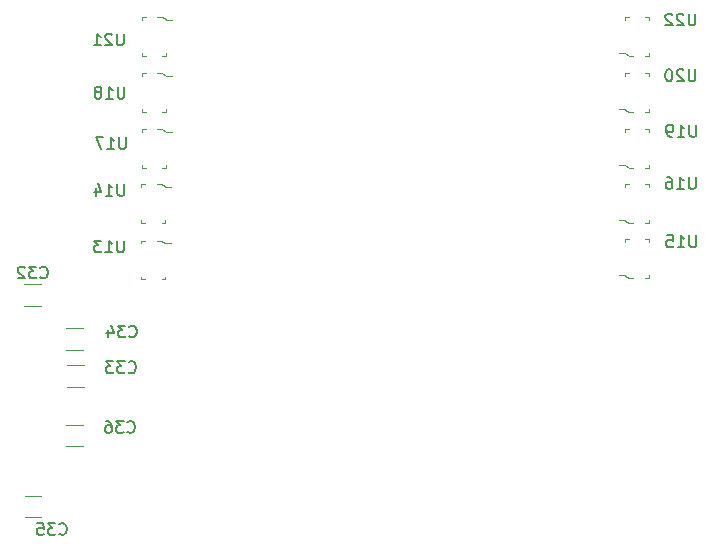
<source format=gbo>
G04 #@! TF.GenerationSoftware,KiCad,Pcbnew,7.0.10*
G04 #@! TF.CreationDate,2024-02-19T15:39:12-05:00*
G04 #@! TF.ProjectId,sdt_lpf,7364745f-6c70-4662-9e6b-696361645f70,rev?*
G04 #@! TF.SameCoordinates,PX62de0f0PY8af5bb0*
G04 #@! TF.FileFunction,Legend,Bot*
G04 #@! TF.FilePolarity,Positive*
%FSLAX46Y46*%
G04 Gerber Fmt 4.6, Leading zero omitted, Abs format (unit mm)*
G04 Created by KiCad (PCBNEW 7.0.10) date 2024-02-19 15:39:12*
%MOMM*%
%LPD*%
G01*
G04 APERTURE LIST*
%ADD10C,0.150000*%
%ADD11C,0.120000*%
%ADD12C,0.100000*%
G04 APERTURE END LIST*
D10*
X6002857Y14110420D02*
X6050476Y14062800D01*
X6050476Y14062800D02*
X6193333Y14015181D01*
X6193333Y14015181D02*
X6288571Y14015181D01*
X6288571Y14015181D02*
X6431428Y14062800D01*
X6431428Y14062800D02*
X6526666Y14158039D01*
X6526666Y14158039D02*
X6574285Y14253277D01*
X6574285Y14253277D02*
X6621904Y14443753D01*
X6621904Y14443753D02*
X6621904Y14586610D01*
X6621904Y14586610D02*
X6574285Y14777086D01*
X6574285Y14777086D02*
X6526666Y14872324D01*
X6526666Y14872324D02*
X6431428Y14967562D01*
X6431428Y14967562D02*
X6288571Y15015181D01*
X6288571Y15015181D02*
X6193333Y15015181D01*
X6193333Y15015181D02*
X6050476Y14967562D01*
X6050476Y14967562D02*
X6002857Y14919943D01*
X5669523Y15015181D02*
X5050476Y15015181D01*
X5050476Y15015181D02*
X5383809Y14634229D01*
X5383809Y14634229D02*
X5240952Y14634229D01*
X5240952Y14634229D02*
X5145714Y14586610D01*
X5145714Y14586610D02*
X5098095Y14538991D01*
X5098095Y14538991D02*
X5050476Y14443753D01*
X5050476Y14443753D02*
X5050476Y14205658D01*
X5050476Y14205658D02*
X5098095Y14110420D01*
X5098095Y14110420D02*
X5145714Y14062800D01*
X5145714Y14062800D02*
X5240952Y14015181D01*
X5240952Y14015181D02*
X5526666Y14015181D01*
X5526666Y14015181D02*
X5621904Y14062800D01*
X5621904Y14062800D02*
X5669523Y14110420D01*
X4145714Y15015181D02*
X4621904Y15015181D01*
X4621904Y15015181D02*
X4669523Y14538991D01*
X4669523Y14538991D02*
X4621904Y14586610D01*
X4621904Y14586610D02*
X4526666Y14634229D01*
X4526666Y14634229D02*
X4288571Y14634229D01*
X4288571Y14634229D02*
X4193333Y14586610D01*
X4193333Y14586610D02*
X4145714Y14538991D01*
X4145714Y14538991D02*
X4098095Y14443753D01*
X4098095Y14443753D02*
X4098095Y14205658D01*
X4098095Y14205658D02*
X4145714Y14110420D01*
X4145714Y14110420D02*
X4193333Y14062800D01*
X4193333Y14062800D02*
X4288571Y14015181D01*
X4288571Y14015181D02*
X4526666Y14015181D01*
X4526666Y14015181D02*
X4621904Y14062800D01*
X4621904Y14062800D02*
X4669523Y14110420D01*
X11638094Y47695181D02*
X11638094Y46885658D01*
X11638094Y46885658D02*
X11590475Y46790420D01*
X11590475Y46790420D02*
X11542856Y46742800D01*
X11542856Y46742800D02*
X11447618Y46695181D01*
X11447618Y46695181D02*
X11257142Y46695181D01*
X11257142Y46695181D02*
X11161904Y46742800D01*
X11161904Y46742800D02*
X11114285Y46790420D01*
X11114285Y46790420D02*
X11066666Y46885658D01*
X11066666Y46885658D02*
X11066666Y47695181D01*
X10066666Y46695181D02*
X10638094Y46695181D01*
X10352380Y46695181D02*
X10352380Y47695181D01*
X10352380Y47695181D02*
X10447618Y47552324D01*
X10447618Y47552324D02*
X10542856Y47457086D01*
X10542856Y47457086D02*
X10638094Y47409467D01*
X9733332Y47695181D02*
X9066666Y47695181D01*
X9066666Y47695181D02*
X9495237Y46695181D01*
X11438094Y56470181D02*
X11438094Y55660658D01*
X11438094Y55660658D02*
X11390475Y55565420D01*
X11390475Y55565420D02*
X11342856Y55517800D01*
X11342856Y55517800D02*
X11247618Y55470181D01*
X11247618Y55470181D02*
X11057142Y55470181D01*
X11057142Y55470181D02*
X10961904Y55517800D01*
X10961904Y55517800D02*
X10914285Y55565420D01*
X10914285Y55565420D02*
X10866666Y55660658D01*
X10866666Y55660658D02*
X10866666Y56470181D01*
X10438094Y56374943D02*
X10390475Y56422562D01*
X10390475Y56422562D02*
X10295237Y56470181D01*
X10295237Y56470181D02*
X10057142Y56470181D01*
X10057142Y56470181D02*
X9961904Y56422562D01*
X9961904Y56422562D02*
X9914285Y56374943D01*
X9914285Y56374943D02*
X9866666Y56279705D01*
X9866666Y56279705D02*
X9866666Y56184467D01*
X9866666Y56184467D02*
X9914285Y56041610D01*
X9914285Y56041610D02*
X10485713Y55470181D01*
X10485713Y55470181D02*
X9866666Y55470181D01*
X8914285Y55470181D02*
X9485713Y55470181D01*
X9199999Y55470181D02*
X9199999Y56470181D01*
X9199999Y56470181D02*
X9295237Y56327324D01*
X9295237Y56327324D02*
X9390475Y56232086D01*
X9390475Y56232086D02*
X9485713Y56184467D01*
X11767857Y22765420D02*
X11815476Y22717800D01*
X11815476Y22717800D02*
X11958333Y22670181D01*
X11958333Y22670181D02*
X12053571Y22670181D01*
X12053571Y22670181D02*
X12196428Y22717800D01*
X12196428Y22717800D02*
X12291666Y22813039D01*
X12291666Y22813039D02*
X12339285Y22908277D01*
X12339285Y22908277D02*
X12386904Y23098753D01*
X12386904Y23098753D02*
X12386904Y23241610D01*
X12386904Y23241610D02*
X12339285Y23432086D01*
X12339285Y23432086D02*
X12291666Y23527324D01*
X12291666Y23527324D02*
X12196428Y23622562D01*
X12196428Y23622562D02*
X12053571Y23670181D01*
X12053571Y23670181D02*
X11958333Y23670181D01*
X11958333Y23670181D02*
X11815476Y23622562D01*
X11815476Y23622562D02*
X11767857Y23574943D01*
X11434523Y23670181D02*
X10815476Y23670181D01*
X10815476Y23670181D02*
X11148809Y23289229D01*
X11148809Y23289229D02*
X11005952Y23289229D01*
X11005952Y23289229D02*
X10910714Y23241610D01*
X10910714Y23241610D02*
X10863095Y23193991D01*
X10863095Y23193991D02*
X10815476Y23098753D01*
X10815476Y23098753D02*
X10815476Y22860658D01*
X10815476Y22860658D02*
X10863095Y22765420D01*
X10863095Y22765420D02*
X10910714Y22717800D01*
X10910714Y22717800D02*
X11005952Y22670181D01*
X11005952Y22670181D02*
X11291666Y22670181D01*
X11291666Y22670181D02*
X11386904Y22717800D01*
X11386904Y22717800D02*
X11434523Y22765420D01*
X9958333Y23670181D02*
X10148809Y23670181D01*
X10148809Y23670181D02*
X10244047Y23622562D01*
X10244047Y23622562D02*
X10291666Y23574943D01*
X10291666Y23574943D02*
X10386904Y23432086D01*
X10386904Y23432086D02*
X10434523Y23241610D01*
X10434523Y23241610D02*
X10434523Y22860658D01*
X10434523Y22860658D02*
X10386904Y22765420D01*
X10386904Y22765420D02*
X10339285Y22717800D01*
X10339285Y22717800D02*
X10244047Y22670181D01*
X10244047Y22670181D02*
X10053571Y22670181D01*
X10053571Y22670181D02*
X9958333Y22717800D01*
X9958333Y22717800D02*
X9910714Y22765420D01*
X9910714Y22765420D02*
X9863095Y22860658D01*
X9863095Y22860658D02*
X9863095Y23098753D01*
X9863095Y23098753D02*
X9910714Y23193991D01*
X9910714Y23193991D02*
X9958333Y23241610D01*
X9958333Y23241610D02*
X10053571Y23289229D01*
X10053571Y23289229D02*
X10244047Y23289229D01*
X10244047Y23289229D02*
X10339285Y23241610D01*
X10339285Y23241610D02*
X10386904Y23193991D01*
X10386904Y23193991D02*
X10434523Y23098753D01*
X11488094Y43745181D02*
X11488094Y42935658D01*
X11488094Y42935658D02*
X11440475Y42840420D01*
X11440475Y42840420D02*
X11392856Y42792800D01*
X11392856Y42792800D02*
X11297618Y42745181D01*
X11297618Y42745181D02*
X11107142Y42745181D01*
X11107142Y42745181D02*
X11011904Y42792800D01*
X11011904Y42792800D02*
X10964285Y42840420D01*
X10964285Y42840420D02*
X10916666Y42935658D01*
X10916666Y42935658D02*
X10916666Y43745181D01*
X9916666Y42745181D02*
X10488094Y42745181D01*
X10202380Y42745181D02*
X10202380Y43745181D01*
X10202380Y43745181D02*
X10297618Y43602324D01*
X10297618Y43602324D02*
X10392856Y43507086D01*
X10392856Y43507086D02*
X10488094Y43459467D01*
X9059523Y43411848D02*
X9059523Y42745181D01*
X9297618Y43792800D02*
X9535713Y43078515D01*
X9535713Y43078515D02*
X8916666Y43078515D01*
X59838094Y58170181D02*
X59838094Y57360658D01*
X59838094Y57360658D02*
X59790475Y57265420D01*
X59790475Y57265420D02*
X59742856Y57217800D01*
X59742856Y57217800D02*
X59647618Y57170181D01*
X59647618Y57170181D02*
X59457142Y57170181D01*
X59457142Y57170181D02*
X59361904Y57217800D01*
X59361904Y57217800D02*
X59314285Y57265420D01*
X59314285Y57265420D02*
X59266666Y57360658D01*
X59266666Y57360658D02*
X59266666Y58170181D01*
X58838094Y58074943D02*
X58790475Y58122562D01*
X58790475Y58122562D02*
X58695237Y58170181D01*
X58695237Y58170181D02*
X58457142Y58170181D01*
X58457142Y58170181D02*
X58361904Y58122562D01*
X58361904Y58122562D02*
X58314285Y58074943D01*
X58314285Y58074943D02*
X58266666Y57979705D01*
X58266666Y57979705D02*
X58266666Y57884467D01*
X58266666Y57884467D02*
X58314285Y57741610D01*
X58314285Y57741610D02*
X58885713Y57170181D01*
X58885713Y57170181D02*
X58266666Y57170181D01*
X57885713Y58074943D02*
X57838094Y58122562D01*
X57838094Y58122562D02*
X57742856Y58170181D01*
X57742856Y58170181D02*
X57504761Y58170181D01*
X57504761Y58170181D02*
X57409523Y58122562D01*
X57409523Y58122562D02*
X57361904Y58074943D01*
X57361904Y58074943D02*
X57314285Y57979705D01*
X57314285Y57979705D02*
X57314285Y57884467D01*
X57314285Y57884467D02*
X57361904Y57741610D01*
X57361904Y57741610D02*
X57933332Y57170181D01*
X57933332Y57170181D02*
X57314285Y57170181D01*
X59863094Y44320181D02*
X59863094Y43510658D01*
X59863094Y43510658D02*
X59815475Y43415420D01*
X59815475Y43415420D02*
X59767856Y43367800D01*
X59767856Y43367800D02*
X59672618Y43320181D01*
X59672618Y43320181D02*
X59482142Y43320181D01*
X59482142Y43320181D02*
X59386904Y43367800D01*
X59386904Y43367800D02*
X59339285Y43415420D01*
X59339285Y43415420D02*
X59291666Y43510658D01*
X59291666Y43510658D02*
X59291666Y44320181D01*
X58291666Y43320181D02*
X58863094Y43320181D01*
X58577380Y43320181D02*
X58577380Y44320181D01*
X58577380Y44320181D02*
X58672618Y44177324D01*
X58672618Y44177324D02*
X58767856Y44082086D01*
X58767856Y44082086D02*
X58863094Y44034467D01*
X57434523Y44320181D02*
X57624999Y44320181D01*
X57624999Y44320181D02*
X57720237Y44272562D01*
X57720237Y44272562D02*
X57767856Y44224943D01*
X57767856Y44224943D02*
X57863094Y44082086D01*
X57863094Y44082086D02*
X57910713Y43891610D01*
X57910713Y43891610D02*
X57910713Y43510658D01*
X57910713Y43510658D02*
X57863094Y43415420D01*
X57863094Y43415420D02*
X57815475Y43367800D01*
X57815475Y43367800D02*
X57720237Y43320181D01*
X57720237Y43320181D02*
X57529761Y43320181D01*
X57529761Y43320181D02*
X57434523Y43367800D01*
X57434523Y43367800D02*
X57386904Y43415420D01*
X57386904Y43415420D02*
X57339285Y43510658D01*
X57339285Y43510658D02*
X57339285Y43748753D01*
X57339285Y43748753D02*
X57386904Y43843991D01*
X57386904Y43843991D02*
X57434523Y43891610D01*
X57434523Y43891610D02*
X57529761Y43939229D01*
X57529761Y43939229D02*
X57720237Y43939229D01*
X57720237Y43939229D02*
X57815475Y43891610D01*
X57815475Y43891610D02*
X57863094Y43843991D01*
X57863094Y43843991D02*
X57910713Y43748753D01*
X11463094Y38945181D02*
X11463094Y38135658D01*
X11463094Y38135658D02*
X11415475Y38040420D01*
X11415475Y38040420D02*
X11367856Y37992800D01*
X11367856Y37992800D02*
X11272618Y37945181D01*
X11272618Y37945181D02*
X11082142Y37945181D01*
X11082142Y37945181D02*
X10986904Y37992800D01*
X10986904Y37992800D02*
X10939285Y38040420D01*
X10939285Y38040420D02*
X10891666Y38135658D01*
X10891666Y38135658D02*
X10891666Y38945181D01*
X9891666Y37945181D02*
X10463094Y37945181D01*
X10177380Y37945181D02*
X10177380Y38945181D01*
X10177380Y38945181D02*
X10272618Y38802324D01*
X10272618Y38802324D02*
X10367856Y38707086D01*
X10367856Y38707086D02*
X10463094Y38659467D01*
X9558332Y38945181D02*
X8939285Y38945181D01*
X8939285Y38945181D02*
X9272618Y38564229D01*
X9272618Y38564229D02*
X9129761Y38564229D01*
X9129761Y38564229D02*
X9034523Y38516610D01*
X9034523Y38516610D02*
X8986904Y38468991D01*
X8986904Y38468991D02*
X8939285Y38373753D01*
X8939285Y38373753D02*
X8939285Y38135658D01*
X8939285Y38135658D02*
X8986904Y38040420D01*
X8986904Y38040420D02*
X9034523Y37992800D01*
X9034523Y37992800D02*
X9129761Y37945181D01*
X9129761Y37945181D02*
X9415475Y37945181D01*
X9415475Y37945181D02*
X9510713Y37992800D01*
X9510713Y37992800D02*
X9558332Y38040420D01*
X11513094Y51970181D02*
X11513094Y51160658D01*
X11513094Y51160658D02*
X11465475Y51065420D01*
X11465475Y51065420D02*
X11417856Y51017800D01*
X11417856Y51017800D02*
X11322618Y50970181D01*
X11322618Y50970181D02*
X11132142Y50970181D01*
X11132142Y50970181D02*
X11036904Y51017800D01*
X11036904Y51017800D02*
X10989285Y51065420D01*
X10989285Y51065420D02*
X10941666Y51160658D01*
X10941666Y51160658D02*
X10941666Y51970181D01*
X9941666Y50970181D02*
X10513094Y50970181D01*
X10227380Y50970181D02*
X10227380Y51970181D01*
X10227380Y51970181D02*
X10322618Y51827324D01*
X10322618Y51827324D02*
X10417856Y51732086D01*
X10417856Y51732086D02*
X10513094Y51684467D01*
X9370237Y51541610D02*
X9465475Y51589229D01*
X9465475Y51589229D02*
X9513094Y51636848D01*
X9513094Y51636848D02*
X9560713Y51732086D01*
X9560713Y51732086D02*
X9560713Y51779705D01*
X9560713Y51779705D02*
X9513094Y51874943D01*
X9513094Y51874943D02*
X9465475Y51922562D01*
X9465475Y51922562D02*
X9370237Y51970181D01*
X9370237Y51970181D02*
X9179761Y51970181D01*
X9179761Y51970181D02*
X9084523Y51922562D01*
X9084523Y51922562D02*
X9036904Y51874943D01*
X9036904Y51874943D02*
X8989285Y51779705D01*
X8989285Y51779705D02*
X8989285Y51732086D01*
X8989285Y51732086D02*
X9036904Y51636848D01*
X9036904Y51636848D02*
X9084523Y51589229D01*
X9084523Y51589229D02*
X9179761Y51541610D01*
X9179761Y51541610D02*
X9370237Y51541610D01*
X9370237Y51541610D02*
X9465475Y51493991D01*
X9465475Y51493991D02*
X9513094Y51446372D01*
X9513094Y51446372D02*
X9560713Y51351134D01*
X9560713Y51351134D02*
X9560713Y51160658D01*
X9560713Y51160658D02*
X9513094Y51065420D01*
X9513094Y51065420D02*
X9465475Y51017800D01*
X9465475Y51017800D02*
X9370237Y50970181D01*
X9370237Y50970181D02*
X9179761Y50970181D01*
X9179761Y50970181D02*
X9084523Y51017800D01*
X9084523Y51017800D02*
X9036904Y51065420D01*
X9036904Y51065420D02*
X8989285Y51160658D01*
X8989285Y51160658D02*
X8989285Y51351134D01*
X8989285Y51351134D02*
X9036904Y51446372D01*
X9036904Y51446372D02*
X9084523Y51493991D01*
X9084523Y51493991D02*
X9179761Y51541610D01*
X11867857Y27815420D02*
X11915476Y27767800D01*
X11915476Y27767800D02*
X12058333Y27720181D01*
X12058333Y27720181D02*
X12153571Y27720181D01*
X12153571Y27720181D02*
X12296428Y27767800D01*
X12296428Y27767800D02*
X12391666Y27863039D01*
X12391666Y27863039D02*
X12439285Y27958277D01*
X12439285Y27958277D02*
X12486904Y28148753D01*
X12486904Y28148753D02*
X12486904Y28291610D01*
X12486904Y28291610D02*
X12439285Y28482086D01*
X12439285Y28482086D02*
X12391666Y28577324D01*
X12391666Y28577324D02*
X12296428Y28672562D01*
X12296428Y28672562D02*
X12153571Y28720181D01*
X12153571Y28720181D02*
X12058333Y28720181D01*
X12058333Y28720181D02*
X11915476Y28672562D01*
X11915476Y28672562D02*
X11867857Y28624943D01*
X11534523Y28720181D02*
X10915476Y28720181D01*
X10915476Y28720181D02*
X11248809Y28339229D01*
X11248809Y28339229D02*
X11105952Y28339229D01*
X11105952Y28339229D02*
X11010714Y28291610D01*
X11010714Y28291610D02*
X10963095Y28243991D01*
X10963095Y28243991D02*
X10915476Y28148753D01*
X10915476Y28148753D02*
X10915476Y27910658D01*
X10915476Y27910658D02*
X10963095Y27815420D01*
X10963095Y27815420D02*
X11010714Y27767800D01*
X11010714Y27767800D02*
X11105952Y27720181D01*
X11105952Y27720181D02*
X11391666Y27720181D01*
X11391666Y27720181D02*
X11486904Y27767800D01*
X11486904Y27767800D02*
X11534523Y27815420D01*
X10582142Y28720181D02*
X9963095Y28720181D01*
X9963095Y28720181D02*
X10296428Y28339229D01*
X10296428Y28339229D02*
X10153571Y28339229D01*
X10153571Y28339229D02*
X10058333Y28291610D01*
X10058333Y28291610D02*
X10010714Y28243991D01*
X10010714Y28243991D02*
X9963095Y28148753D01*
X9963095Y28148753D02*
X9963095Y27910658D01*
X9963095Y27910658D02*
X10010714Y27815420D01*
X10010714Y27815420D02*
X10058333Y27767800D01*
X10058333Y27767800D02*
X10153571Y27720181D01*
X10153571Y27720181D02*
X10439285Y27720181D01*
X10439285Y27720181D02*
X10534523Y27767800D01*
X10534523Y27767800D02*
X10582142Y27815420D01*
X59913094Y48745181D02*
X59913094Y47935658D01*
X59913094Y47935658D02*
X59865475Y47840420D01*
X59865475Y47840420D02*
X59817856Y47792800D01*
X59817856Y47792800D02*
X59722618Y47745181D01*
X59722618Y47745181D02*
X59532142Y47745181D01*
X59532142Y47745181D02*
X59436904Y47792800D01*
X59436904Y47792800D02*
X59389285Y47840420D01*
X59389285Y47840420D02*
X59341666Y47935658D01*
X59341666Y47935658D02*
X59341666Y48745181D01*
X58341666Y47745181D02*
X58913094Y47745181D01*
X58627380Y47745181D02*
X58627380Y48745181D01*
X58627380Y48745181D02*
X58722618Y48602324D01*
X58722618Y48602324D02*
X58817856Y48507086D01*
X58817856Y48507086D02*
X58913094Y48459467D01*
X57865475Y47745181D02*
X57674999Y47745181D01*
X57674999Y47745181D02*
X57579761Y47792800D01*
X57579761Y47792800D02*
X57532142Y47840420D01*
X57532142Y47840420D02*
X57436904Y47983277D01*
X57436904Y47983277D02*
X57389285Y48173753D01*
X57389285Y48173753D02*
X57389285Y48554705D01*
X57389285Y48554705D02*
X57436904Y48649943D01*
X57436904Y48649943D02*
X57484523Y48697562D01*
X57484523Y48697562D02*
X57579761Y48745181D01*
X57579761Y48745181D02*
X57770237Y48745181D01*
X57770237Y48745181D02*
X57865475Y48697562D01*
X57865475Y48697562D02*
X57913094Y48649943D01*
X57913094Y48649943D02*
X57960713Y48554705D01*
X57960713Y48554705D02*
X57960713Y48316610D01*
X57960713Y48316610D02*
X57913094Y48221372D01*
X57913094Y48221372D02*
X57865475Y48173753D01*
X57865475Y48173753D02*
X57770237Y48126134D01*
X57770237Y48126134D02*
X57579761Y48126134D01*
X57579761Y48126134D02*
X57484523Y48173753D01*
X57484523Y48173753D02*
X57436904Y48221372D01*
X57436904Y48221372D02*
X57389285Y48316610D01*
X59913094Y39395181D02*
X59913094Y38585658D01*
X59913094Y38585658D02*
X59865475Y38490420D01*
X59865475Y38490420D02*
X59817856Y38442800D01*
X59817856Y38442800D02*
X59722618Y38395181D01*
X59722618Y38395181D02*
X59532142Y38395181D01*
X59532142Y38395181D02*
X59436904Y38442800D01*
X59436904Y38442800D02*
X59389285Y38490420D01*
X59389285Y38490420D02*
X59341666Y38585658D01*
X59341666Y38585658D02*
X59341666Y39395181D01*
X58341666Y38395181D02*
X58913094Y38395181D01*
X58627380Y38395181D02*
X58627380Y39395181D01*
X58627380Y39395181D02*
X58722618Y39252324D01*
X58722618Y39252324D02*
X58817856Y39157086D01*
X58817856Y39157086D02*
X58913094Y39109467D01*
X57436904Y39395181D02*
X57913094Y39395181D01*
X57913094Y39395181D02*
X57960713Y38918991D01*
X57960713Y38918991D02*
X57913094Y38966610D01*
X57913094Y38966610D02*
X57817856Y39014229D01*
X57817856Y39014229D02*
X57579761Y39014229D01*
X57579761Y39014229D02*
X57484523Y38966610D01*
X57484523Y38966610D02*
X57436904Y38918991D01*
X57436904Y38918991D02*
X57389285Y38823753D01*
X57389285Y38823753D02*
X57389285Y38585658D01*
X57389285Y38585658D02*
X57436904Y38490420D01*
X57436904Y38490420D02*
X57484523Y38442800D01*
X57484523Y38442800D02*
X57579761Y38395181D01*
X57579761Y38395181D02*
X57817856Y38395181D01*
X57817856Y38395181D02*
X57913094Y38442800D01*
X57913094Y38442800D02*
X57960713Y38490420D01*
X11917857Y30840420D02*
X11965476Y30792800D01*
X11965476Y30792800D02*
X12108333Y30745181D01*
X12108333Y30745181D02*
X12203571Y30745181D01*
X12203571Y30745181D02*
X12346428Y30792800D01*
X12346428Y30792800D02*
X12441666Y30888039D01*
X12441666Y30888039D02*
X12489285Y30983277D01*
X12489285Y30983277D02*
X12536904Y31173753D01*
X12536904Y31173753D02*
X12536904Y31316610D01*
X12536904Y31316610D02*
X12489285Y31507086D01*
X12489285Y31507086D02*
X12441666Y31602324D01*
X12441666Y31602324D02*
X12346428Y31697562D01*
X12346428Y31697562D02*
X12203571Y31745181D01*
X12203571Y31745181D02*
X12108333Y31745181D01*
X12108333Y31745181D02*
X11965476Y31697562D01*
X11965476Y31697562D02*
X11917857Y31649943D01*
X11584523Y31745181D02*
X10965476Y31745181D01*
X10965476Y31745181D02*
X11298809Y31364229D01*
X11298809Y31364229D02*
X11155952Y31364229D01*
X11155952Y31364229D02*
X11060714Y31316610D01*
X11060714Y31316610D02*
X11013095Y31268991D01*
X11013095Y31268991D02*
X10965476Y31173753D01*
X10965476Y31173753D02*
X10965476Y30935658D01*
X10965476Y30935658D02*
X11013095Y30840420D01*
X11013095Y30840420D02*
X11060714Y30792800D01*
X11060714Y30792800D02*
X11155952Y30745181D01*
X11155952Y30745181D02*
X11441666Y30745181D01*
X11441666Y30745181D02*
X11536904Y30792800D01*
X11536904Y30792800D02*
X11584523Y30840420D01*
X10108333Y31411848D02*
X10108333Y30745181D01*
X10346428Y31792800D02*
X10584523Y31078515D01*
X10584523Y31078515D02*
X9965476Y31078515D01*
X59838094Y53445181D02*
X59838094Y52635658D01*
X59838094Y52635658D02*
X59790475Y52540420D01*
X59790475Y52540420D02*
X59742856Y52492800D01*
X59742856Y52492800D02*
X59647618Y52445181D01*
X59647618Y52445181D02*
X59457142Y52445181D01*
X59457142Y52445181D02*
X59361904Y52492800D01*
X59361904Y52492800D02*
X59314285Y52540420D01*
X59314285Y52540420D02*
X59266666Y52635658D01*
X59266666Y52635658D02*
X59266666Y53445181D01*
X58838094Y53349943D02*
X58790475Y53397562D01*
X58790475Y53397562D02*
X58695237Y53445181D01*
X58695237Y53445181D02*
X58457142Y53445181D01*
X58457142Y53445181D02*
X58361904Y53397562D01*
X58361904Y53397562D02*
X58314285Y53349943D01*
X58314285Y53349943D02*
X58266666Y53254705D01*
X58266666Y53254705D02*
X58266666Y53159467D01*
X58266666Y53159467D02*
X58314285Y53016610D01*
X58314285Y53016610D02*
X58885713Y52445181D01*
X58885713Y52445181D02*
X58266666Y52445181D01*
X57647618Y53445181D02*
X57552380Y53445181D01*
X57552380Y53445181D02*
X57457142Y53397562D01*
X57457142Y53397562D02*
X57409523Y53349943D01*
X57409523Y53349943D02*
X57361904Y53254705D01*
X57361904Y53254705D02*
X57314285Y53064229D01*
X57314285Y53064229D02*
X57314285Y52826134D01*
X57314285Y52826134D02*
X57361904Y52635658D01*
X57361904Y52635658D02*
X57409523Y52540420D01*
X57409523Y52540420D02*
X57457142Y52492800D01*
X57457142Y52492800D02*
X57552380Y52445181D01*
X57552380Y52445181D02*
X57647618Y52445181D01*
X57647618Y52445181D02*
X57742856Y52492800D01*
X57742856Y52492800D02*
X57790475Y52540420D01*
X57790475Y52540420D02*
X57838094Y52635658D01*
X57838094Y52635658D02*
X57885713Y52826134D01*
X57885713Y52826134D02*
X57885713Y53064229D01*
X57885713Y53064229D02*
X57838094Y53254705D01*
X57838094Y53254705D02*
X57790475Y53349943D01*
X57790475Y53349943D02*
X57742856Y53397562D01*
X57742856Y53397562D02*
X57647618Y53445181D01*
X4392857Y35840420D02*
X4440476Y35792800D01*
X4440476Y35792800D02*
X4583333Y35745181D01*
X4583333Y35745181D02*
X4678571Y35745181D01*
X4678571Y35745181D02*
X4821428Y35792800D01*
X4821428Y35792800D02*
X4916666Y35888039D01*
X4916666Y35888039D02*
X4964285Y35983277D01*
X4964285Y35983277D02*
X5011904Y36173753D01*
X5011904Y36173753D02*
X5011904Y36316610D01*
X5011904Y36316610D02*
X4964285Y36507086D01*
X4964285Y36507086D02*
X4916666Y36602324D01*
X4916666Y36602324D02*
X4821428Y36697562D01*
X4821428Y36697562D02*
X4678571Y36745181D01*
X4678571Y36745181D02*
X4583333Y36745181D01*
X4583333Y36745181D02*
X4440476Y36697562D01*
X4440476Y36697562D02*
X4392857Y36649943D01*
X4059523Y36745181D02*
X3440476Y36745181D01*
X3440476Y36745181D02*
X3773809Y36364229D01*
X3773809Y36364229D02*
X3630952Y36364229D01*
X3630952Y36364229D02*
X3535714Y36316610D01*
X3535714Y36316610D02*
X3488095Y36268991D01*
X3488095Y36268991D02*
X3440476Y36173753D01*
X3440476Y36173753D02*
X3440476Y35935658D01*
X3440476Y35935658D02*
X3488095Y35840420D01*
X3488095Y35840420D02*
X3535714Y35792800D01*
X3535714Y35792800D02*
X3630952Y35745181D01*
X3630952Y35745181D02*
X3916666Y35745181D01*
X3916666Y35745181D02*
X4011904Y35792800D01*
X4011904Y35792800D02*
X4059523Y35840420D01*
X3059523Y36649943D02*
X3011904Y36697562D01*
X3011904Y36697562D02*
X2916666Y36745181D01*
X2916666Y36745181D02*
X2678571Y36745181D01*
X2678571Y36745181D02*
X2583333Y36697562D01*
X2583333Y36697562D02*
X2535714Y36649943D01*
X2535714Y36649943D02*
X2488095Y36554705D01*
X2488095Y36554705D02*
X2488095Y36459467D01*
X2488095Y36459467D02*
X2535714Y36316610D01*
X2535714Y36316610D02*
X3107142Y35745181D01*
X3107142Y35745181D02*
X2488095Y35745181D01*
D11*
X4486252Y17360000D02*
X3063748Y17360000D01*
X4486252Y15540000D02*
X3063748Y15540000D01*
D12*
X14675000Y48400000D02*
X14300000Y48400000D01*
X14675000Y48400000D02*
X15000000Y48175000D01*
X13000000Y48400000D02*
X13300000Y48400000D01*
X15000000Y48175000D02*
X15000000Y48150000D01*
X15000000Y48150000D02*
X15525000Y48150000D01*
X13000000Y48150000D02*
X13000000Y48400000D01*
X15000000Y45350000D02*
X15000000Y45100000D01*
X13000000Y45350000D02*
X13000000Y45100000D01*
X15000000Y45100000D02*
X14700000Y45100000D01*
X13000000Y45100000D02*
X13325000Y45100000D01*
X14675000Y57900000D02*
X14300000Y57900000D01*
X14675000Y57900000D02*
X15000000Y57675000D01*
X13000000Y57900000D02*
X13300000Y57900000D01*
X15000000Y57675000D02*
X15000000Y57650000D01*
X15000000Y57650000D02*
X15525000Y57650000D01*
X13000000Y57650000D02*
X13000000Y57900000D01*
X15000000Y54850000D02*
X15000000Y54600000D01*
X13000000Y54850000D02*
X13000000Y54600000D01*
X15000000Y54600000D02*
X14700000Y54600000D01*
X13000000Y54600000D02*
X13325000Y54600000D01*
D11*
X7961252Y21540000D02*
X6538748Y21540000D01*
X7961252Y23360000D02*
X6538748Y23360000D01*
D12*
X14625000Y43750000D02*
X14250000Y43750000D01*
X14625000Y43750000D02*
X14950000Y43525000D01*
X12950000Y43750000D02*
X13250000Y43750000D01*
X14950000Y43525000D02*
X14950000Y43500000D01*
X14950000Y43500000D02*
X15475000Y43500000D01*
X12950000Y43500000D02*
X12950000Y43750000D01*
X14950000Y40700000D02*
X14950000Y40450000D01*
X12950000Y40700000D02*
X12950000Y40450000D01*
X14950000Y40450000D02*
X14650000Y40450000D01*
X12950000Y40450000D02*
X13275000Y40450000D01*
X54225000Y54600000D02*
X54600000Y54600000D01*
X54225000Y54600000D02*
X53900000Y54825000D01*
X55900000Y54600000D02*
X55600000Y54600000D01*
X53900000Y54825000D02*
X53900000Y54850000D01*
X53900000Y54850000D02*
X53375000Y54850000D01*
X55900000Y54850000D02*
X55900000Y54600000D01*
X53900000Y57650000D02*
X53900000Y57900000D01*
X55900000Y57650000D02*
X55900000Y57900000D01*
X53900000Y57900000D02*
X54200000Y57900000D01*
X55900000Y57900000D02*
X55575000Y57900000D01*
X54225000Y40400000D02*
X54600000Y40400000D01*
X54225000Y40400000D02*
X53900000Y40625000D01*
X55900000Y40400000D02*
X55600000Y40400000D01*
X53900000Y40625000D02*
X53900000Y40650000D01*
X53900000Y40650000D02*
X53375000Y40650000D01*
X55900000Y40650000D02*
X55900000Y40400000D01*
X53900000Y43450000D02*
X53900000Y43700000D01*
X55900000Y43450000D02*
X55900000Y43700000D01*
X53900000Y43700000D02*
X54200000Y43700000D01*
X55900000Y43700000D02*
X55575000Y43700000D01*
X14625000Y38950000D02*
X14250000Y38950000D01*
X14625000Y38950000D02*
X14950000Y38725000D01*
X12950000Y38950000D02*
X13250000Y38950000D01*
X14950000Y38725000D02*
X14950000Y38700000D01*
X14950000Y38700000D02*
X15475000Y38700000D01*
X12950000Y38700000D02*
X12950000Y38950000D01*
X14950000Y35900000D02*
X14950000Y35650000D01*
X12950000Y35900000D02*
X12950000Y35650000D01*
X14950000Y35650000D02*
X14650000Y35650000D01*
X12950000Y35650000D02*
X13275000Y35650000D01*
X14675000Y53100000D02*
X14300000Y53100000D01*
X14675000Y53100000D02*
X15000000Y52875000D01*
X13000000Y53100000D02*
X13300000Y53100000D01*
X15000000Y52875000D02*
X15000000Y52850000D01*
X15000000Y52850000D02*
X15525000Y52850000D01*
X13000000Y52850000D02*
X13000000Y53100000D01*
X15000000Y50050000D02*
X15000000Y49800000D01*
X13000000Y50050000D02*
X13000000Y49800000D01*
X15000000Y49800000D02*
X14700000Y49800000D01*
X13000000Y49800000D02*
X13325000Y49800000D01*
D11*
X8061252Y26590000D02*
X6638748Y26590000D01*
X8061252Y28410000D02*
X6638748Y28410000D01*
D12*
X54225000Y45100000D02*
X54600000Y45100000D01*
X54225000Y45100000D02*
X53900000Y45325000D01*
X55900000Y45100000D02*
X55600000Y45100000D01*
X53900000Y45325000D02*
X53900000Y45350000D01*
X53900000Y45350000D02*
X53375000Y45350000D01*
X55900000Y45350000D02*
X55900000Y45100000D01*
X53900000Y48150000D02*
X53900000Y48400000D01*
X55900000Y48150000D02*
X55900000Y48400000D01*
X53900000Y48400000D02*
X54200000Y48400000D01*
X55900000Y48400000D02*
X55575000Y48400000D01*
X54225000Y35750000D02*
X54600000Y35750000D01*
X54225000Y35750000D02*
X53900000Y35975000D01*
X55900000Y35750000D02*
X55600000Y35750000D01*
X53900000Y35975000D02*
X53900000Y36000000D01*
X53900000Y36000000D02*
X53375000Y36000000D01*
X55900000Y36000000D02*
X55900000Y35750000D01*
X53900000Y38800000D02*
X53900000Y39050000D01*
X55900000Y38800000D02*
X55900000Y39050000D01*
X53900000Y39050000D02*
X54200000Y39050000D01*
X55900000Y39050000D02*
X55575000Y39050000D01*
D11*
X8011252Y29690000D02*
X6588748Y29690000D01*
X8011252Y31510000D02*
X6588748Y31510000D01*
D12*
X54225000Y49800000D02*
X54600000Y49800000D01*
X54225000Y49800000D02*
X53900000Y50025000D01*
X55900000Y49800000D02*
X55600000Y49800000D01*
X53900000Y50025000D02*
X53900000Y50050000D01*
X53900000Y50050000D02*
X53375000Y50050000D01*
X55900000Y50050000D02*
X55900000Y49800000D01*
X53900000Y52850000D02*
X53900000Y53100000D01*
X55900000Y52850000D02*
X55900000Y53100000D01*
X53900000Y53100000D02*
X54200000Y53100000D01*
X55900000Y53100000D02*
X55575000Y53100000D01*
D11*
X4461252Y33440000D02*
X3038748Y33440000D01*
X4461252Y35260000D02*
X3038748Y35260000D01*
M02*

</source>
